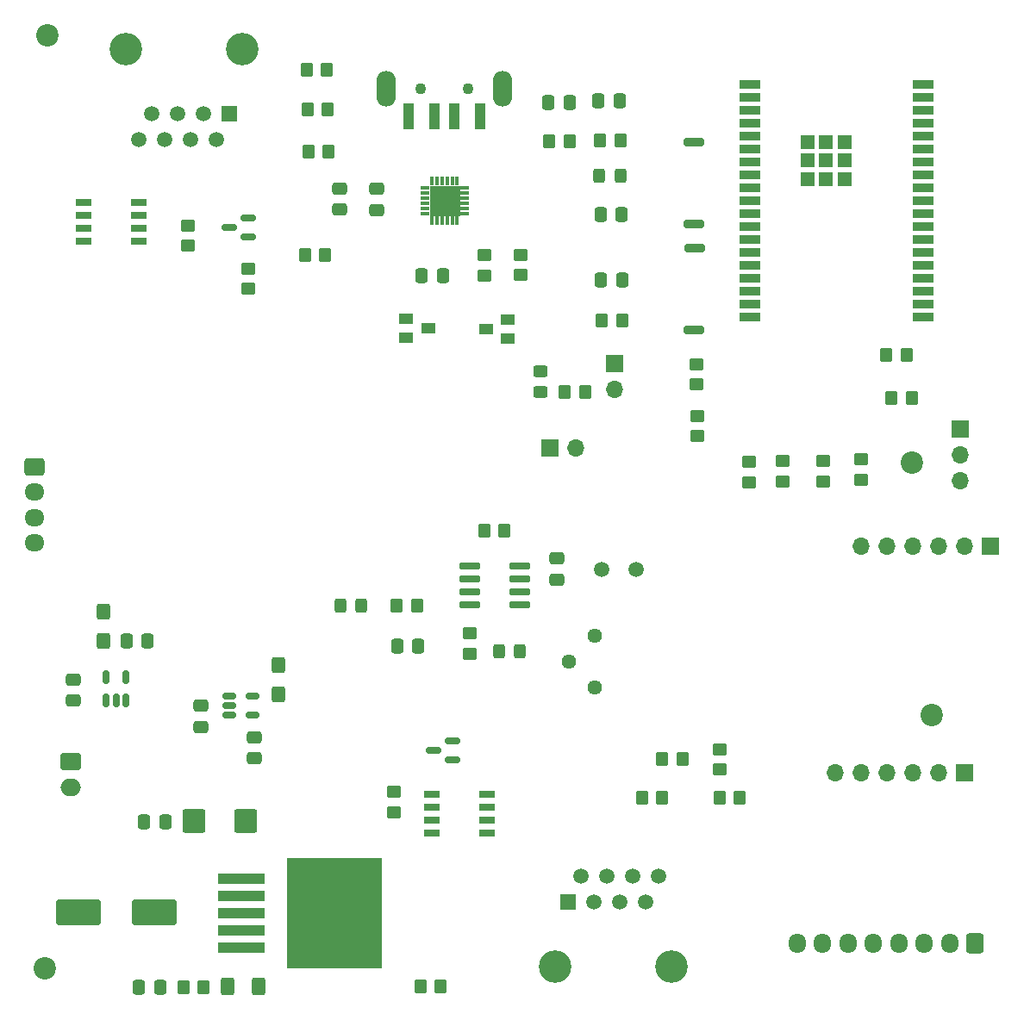
<source format=gts>
G04 #@! TF.GenerationSoftware,KiCad,Pcbnew,6.0.7*
G04 #@! TF.CreationDate,2022-10-22T12:42:31-05:00*
G04 #@! TF.ProjectId,EsquemaGeneral,45737175-656d-4614-9765-6e6572616c2e,rev?*
G04 #@! TF.SameCoordinates,Original*
G04 #@! TF.FileFunction,Soldermask,Top*
G04 #@! TF.FilePolarity,Negative*
%FSLAX46Y46*%
G04 Gerber Fmt 4.6, Leading zero omitted, Abs format (unit mm)*
G04 Created by KiCad (PCBNEW 6.0.7) date 2022-10-22 12:42:31*
%MOMM*%
%LPD*%
G01*
G04 APERTURE LIST*
G04 Aperture macros list*
%AMRoundRect*
0 Rectangle with rounded corners*
0 $1 Rounding radius*
0 $2 $3 $4 $5 $6 $7 $8 $9 X,Y pos of 4 corners*
0 Add a 4 corners polygon primitive as box body*
4,1,4,$2,$3,$4,$5,$6,$7,$8,$9,$2,$3,0*
0 Add four circle primitives for the rounded corners*
1,1,$1+$1,$2,$3*
1,1,$1+$1,$4,$5*
1,1,$1+$1,$6,$7*
1,1,$1+$1,$8,$9*
0 Add four rect primitives between the rounded corners*
20,1,$1+$1,$2,$3,$4,$5,0*
20,1,$1+$1,$4,$5,$6,$7,0*
20,1,$1+$1,$6,$7,$8,$9,0*
20,1,$1+$1,$8,$9,$2,$3,0*%
G04 Aperture macros list end*
%ADD10C,0.010000*%
%ADD11RoundRect,0.250000X0.350000X0.450000X-0.350000X0.450000X-0.350000X-0.450000X0.350000X-0.450000X0*%
%ADD12RoundRect,0.250000X0.337500X0.475000X-0.337500X0.475000X-0.337500X-0.475000X0.337500X-0.475000X0*%
%ADD13RoundRect,0.250000X0.475000X-0.337500X0.475000X0.337500X-0.475000X0.337500X-0.475000X-0.337500X0*%
%ADD14RoundRect,0.250000X-0.450000X0.350000X-0.450000X-0.350000X0.450000X-0.350000X0.450000X0.350000X0*%
%ADD15RoundRect,0.250000X-0.350000X-0.450000X0.350000X-0.450000X0.350000X0.450000X-0.350000X0.450000X0*%
%ADD16RoundRect,0.150000X-0.512500X-0.150000X0.512500X-0.150000X0.512500X0.150000X-0.512500X0.150000X0*%
%ADD17R,2.000000X0.900000*%
%ADD18R,1.330000X1.330000*%
%ADD19RoundRect,0.250000X1.950000X1.000000X-1.950000X1.000000X-1.950000X-1.000000X1.950000X-1.000000X0*%
%ADD20RoundRect,0.250000X-0.725000X0.600000X-0.725000X-0.600000X0.725000X-0.600000X0.725000X0.600000X0*%
%ADD21O,1.950000X1.700000*%
%ADD22R,1.700000X1.700000*%
%ADD23O,1.700000X1.700000*%
%ADD24C,2.200000*%
%ADD25RoundRect,0.250000X-0.337500X-0.475000X0.337500X-0.475000X0.337500X0.475000X-0.337500X0.475000X0*%
%ADD26R,1.400000X1.000000*%
%ADD27RoundRect,0.002600X-0.127400X0.402400X-0.127400X-0.402400X0.127400X-0.402400X0.127400X0.402400X0*%
%ADD28RoundRect,0.002600X-0.402400X-0.127400X0.402400X-0.127400X0.402400X0.127400X-0.402400X0.127400X0*%
%ADD29R,2.680000X2.680000*%
%ADD30RoundRect,0.250000X-0.875000X-0.925000X0.875000X-0.925000X0.875000X0.925000X-0.875000X0.925000X0*%
%ADD31RoundRect,0.250000X-0.450000X0.325000X-0.450000X-0.325000X0.450000X-0.325000X0.450000X0.325000X0*%
%ADD32RoundRect,0.250000X0.600000X0.725000X-0.600000X0.725000X-0.600000X-0.725000X0.600000X-0.725000X0*%
%ADD33O,1.700000X1.950000*%
%ADD34R,1.500000X0.650000*%
%ADD35RoundRect,0.250000X-0.475000X0.337500X-0.475000X-0.337500X0.475000X-0.337500X0.475000X0.337500X0*%
%ADD36RoundRect,0.200000X0.800000X-0.200000X0.800000X0.200000X-0.800000X0.200000X-0.800000X-0.200000X0*%
%ADD37RoundRect,0.250000X0.325000X0.450000X-0.325000X0.450000X-0.325000X-0.450000X0.325000X-0.450000X0*%
%ADD38C,1.440000*%
%ADD39RoundRect,0.250000X-0.325000X-0.450000X0.325000X-0.450000X0.325000X0.450000X-0.325000X0.450000X0*%
%ADD40RoundRect,0.250000X0.400000X0.625000X-0.400000X0.625000X-0.400000X-0.625000X0.400000X-0.625000X0*%
%ADD41C,3.200000*%
%ADD42R,1.500000X1.500000*%
%ADD43C,1.500000*%
%ADD44RoundRect,0.250000X0.425000X-0.537500X0.425000X0.537500X-0.425000X0.537500X-0.425000X-0.537500X0*%
%ADD45R,4.600000X1.100000*%
%ADD46R,9.400000X10.800000*%
%ADD47RoundRect,0.250000X0.450000X-0.350000X0.450000X0.350000X-0.450000X0.350000X-0.450000X-0.350000X0*%
%ADD48RoundRect,0.150000X0.150000X-0.512500X0.150000X0.512500X-0.150000X0.512500X-0.150000X-0.512500X0*%
%ADD49RoundRect,0.150000X0.587500X0.150000X-0.587500X0.150000X-0.587500X-0.150000X0.587500X-0.150000X0*%
%ADD50C,1.100000*%
%ADD51R,1.100000X2.500000*%
%ADD52O,1.900000X3.500000*%
%ADD53RoundRect,0.042000X0.943000X0.258000X-0.943000X0.258000X-0.943000X-0.258000X0.943000X-0.258000X0*%
%ADD54RoundRect,0.250000X-0.750000X0.600000X-0.750000X-0.600000X0.750000X-0.600000X0.750000X0.600000X0*%
%ADD55O,2.000000X1.700000*%
G04 APERTURE END LIST*
G36*
X122270000Y-62845000D02*
G01*
X119366880Y-62845000D01*
X119366880Y-59941880D01*
X122270000Y-59941880D01*
X122270000Y-62845000D01*
G37*
D10*
X122270000Y-62845000D02*
X119366880Y-62845000D01*
X119366880Y-59941880D01*
X122270000Y-59941880D01*
X122270000Y-62845000D01*
D11*
X142220000Y-120100000D03*
X140220000Y-120100000D03*
D12*
X120640000Y-68730000D03*
X118565000Y-68730000D03*
D13*
X84380000Y-110535000D03*
X84380000Y-108460000D03*
D14*
X123275000Y-103900000D03*
X123275000Y-105900000D03*
D15*
X118440000Y-138580000D03*
X120440000Y-138580000D03*
D12*
X93400000Y-122430000D03*
X91325000Y-122430000D03*
D16*
X99682500Y-110072500D03*
X99682500Y-111022500D03*
X99682500Y-111972500D03*
X101957500Y-111972500D03*
X101957500Y-110072500D03*
D17*
X150800000Y-49940000D03*
X150800000Y-51210000D03*
X150800000Y-52480000D03*
X150800000Y-53750000D03*
X150800000Y-55020000D03*
X150800000Y-56290000D03*
X150800000Y-57560000D03*
X150800000Y-58830000D03*
X150800000Y-60100000D03*
X150800000Y-61370000D03*
X150800000Y-62640000D03*
X150800000Y-63910000D03*
X150800000Y-65180000D03*
X150800000Y-66450000D03*
X150800000Y-67720000D03*
X150800000Y-68990000D03*
X150800000Y-70260000D03*
X150800000Y-71530000D03*
X150800000Y-72800000D03*
X167800000Y-72800000D03*
X167800000Y-71530000D03*
X167800000Y-70260000D03*
X167800000Y-68990000D03*
X167800000Y-67720000D03*
X167800000Y-66450000D03*
X167800000Y-65180000D03*
X167800000Y-63910000D03*
X167800000Y-62640000D03*
X167800000Y-61370000D03*
X167800000Y-60100000D03*
X167800000Y-58830000D03*
X167800000Y-57560000D03*
X167800000Y-56290000D03*
X167800000Y-55020000D03*
X167800000Y-53750000D03*
X167800000Y-52480000D03*
X167800000Y-51210000D03*
X167800000Y-49940000D03*
D18*
X156465000Y-55605000D03*
X156465000Y-57440000D03*
X156465000Y-59275000D03*
X158300000Y-59275000D03*
X160135000Y-59275000D03*
X160135000Y-57440000D03*
X160135000Y-55605000D03*
X158300000Y-55605000D03*
X158300000Y-57440000D03*
D19*
X92290000Y-131310000D03*
X84890000Y-131310000D03*
D20*
X80530000Y-87550000D03*
D21*
X80530000Y-90050000D03*
X80530000Y-92550000D03*
X80530000Y-95050000D03*
D12*
X118255000Y-105140000D03*
X116180000Y-105140000D03*
D22*
X137520000Y-77360000D03*
D23*
X137520000Y-79900000D03*
D24*
X81850000Y-45130000D03*
D25*
X135945000Y-51610000D03*
X138020000Y-51610000D03*
D26*
X117060000Y-72980000D03*
X117060000Y-74880000D03*
X119260000Y-73930000D03*
D11*
X118125000Y-101180000D03*
X116125000Y-101180000D03*
D22*
X171450000Y-83820000D03*
D23*
X171450000Y-86360000D03*
X171450000Y-88900000D03*
D15*
X147830000Y-120100000D03*
X149830000Y-120100000D03*
X132640000Y-80200000D03*
X134640000Y-80200000D03*
D27*
X122070000Y-59440000D03*
X121570000Y-59440000D03*
X121070000Y-59440000D03*
X120570000Y-59440000D03*
X120070000Y-59440000D03*
X119570000Y-59440000D03*
D28*
X118865000Y-60145000D03*
X118865000Y-60645000D03*
X118865000Y-61145000D03*
X118865000Y-61645000D03*
X118865000Y-62145000D03*
X118865000Y-62645000D03*
D27*
X119570000Y-63350000D03*
X120070000Y-63350000D03*
X120570000Y-63350000D03*
X121070000Y-63350000D03*
X121570000Y-63350000D03*
X122070000Y-63350000D03*
D28*
X122775000Y-62645000D03*
X122775000Y-62145000D03*
X122775000Y-61645000D03*
X122775000Y-61145000D03*
X122775000Y-60645000D03*
X122775000Y-60145000D03*
D29*
X120820000Y-61395000D03*
D30*
X96220000Y-122370000D03*
X101320000Y-122370000D03*
D13*
X131895000Y-98620000D03*
X131895000Y-96545000D03*
D12*
X92867500Y-138680000D03*
X90792500Y-138680000D03*
D31*
X130270000Y-78170000D03*
X130270000Y-80220000D03*
D15*
X131130000Y-55550000D03*
X133130000Y-55550000D03*
D32*
X172940000Y-134370000D03*
D33*
X170440000Y-134370000D03*
X167940000Y-134370000D03*
X165440000Y-134370000D03*
X162940000Y-134370000D03*
X160440000Y-134370000D03*
X157940000Y-134370000D03*
X155440000Y-134370000D03*
D14*
X128270000Y-66700000D03*
X128270000Y-68700000D03*
D34*
X119590000Y-119725000D03*
X119590000Y-120995000D03*
X119590000Y-122265000D03*
X119590000Y-123535000D03*
X124990000Y-123535000D03*
X124990000Y-122265000D03*
X124990000Y-120995000D03*
X124990000Y-119725000D03*
D35*
X102160000Y-114102500D03*
X102160000Y-116177500D03*
D14*
X158020000Y-87000000D03*
X158020000Y-89000000D03*
X150711500Y-87062000D03*
X150711500Y-89062000D03*
D15*
X124725000Y-93860000D03*
X126725000Y-93860000D03*
D11*
X109100000Y-66740000D03*
X107100000Y-66740000D03*
D36*
X145326400Y-74128600D03*
X145377200Y-66051400D03*
D37*
X138090000Y-58970000D03*
X136040000Y-58970000D03*
D11*
X166227000Y-76581000D03*
X164227000Y-76581000D03*
D15*
X107280000Y-48490000D03*
X109280000Y-48490000D03*
X107360000Y-52380000D03*
X109360000Y-52380000D03*
D36*
X145296400Y-63718600D03*
X145347200Y-55641400D03*
D11*
X138090000Y-55490000D03*
X136090000Y-55490000D03*
D14*
X161720000Y-86800000D03*
X161720000Y-88800000D03*
D38*
X135565000Y-104110000D03*
X133025000Y-106650000D03*
X135565000Y-109190000D03*
D24*
X81540000Y-136830000D03*
D14*
X124740000Y-66730000D03*
X124740000Y-68730000D03*
D39*
X110565000Y-101200000D03*
X112615000Y-101200000D03*
D14*
X95580000Y-63830000D03*
X95580000Y-65830000D03*
D40*
X102580000Y-138650000D03*
X99480000Y-138650000D03*
D35*
X114190000Y-60240000D03*
X114190000Y-62315000D03*
D14*
X145650000Y-82520000D03*
X145650000Y-84520000D03*
D41*
X100920000Y-46490000D03*
X89490000Y-46490000D03*
D42*
X99650000Y-52840000D03*
D43*
X98380000Y-55380000D03*
X97110000Y-52840000D03*
X95840000Y-55380000D03*
X94570000Y-52840000D03*
X93300000Y-55380000D03*
X92030000Y-52840000D03*
X90760000Y-55380000D03*
D12*
X133120000Y-51710000D03*
X131045000Y-51710000D03*
D15*
X136280000Y-73140000D03*
X138280000Y-73140000D03*
D34*
X90800000Y-65415000D03*
X90800000Y-64145000D03*
X90800000Y-62875000D03*
X90800000Y-61605000D03*
X85400000Y-61605000D03*
X85400000Y-62875000D03*
X85400000Y-64145000D03*
X85400000Y-65415000D03*
D35*
X110530000Y-60205000D03*
X110530000Y-62280000D03*
D41*
X131687500Y-136680000D03*
X143117500Y-136680000D03*
D42*
X132957500Y-130330000D03*
D43*
X134227500Y-127790000D03*
X135497500Y-130330000D03*
X136767500Y-127790000D03*
X138037500Y-130330000D03*
X139307500Y-127790000D03*
X140577500Y-130330000D03*
X141847500Y-127790000D03*
D22*
X174480000Y-95350000D03*
D23*
X171940000Y-95350000D03*
X169400000Y-95350000D03*
X166860000Y-95350000D03*
X164320000Y-95350000D03*
X161780000Y-95350000D03*
D22*
X171889200Y-117642000D03*
D23*
X169349200Y-117642000D03*
X166809200Y-117642000D03*
X164269200Y-117642000D03*
X161729200Y-117642000D03*
X159189200Y-117642000D03*
D44*
X104530000Y-109920000D03*
X104530000Y-107045000D03*
D26*
X127070000Y-74950000D03*
X127070000Y-73050000D03*
X124870000Y-74000000D03*
D43*
X136275000Y-97630000D03*
X139675000Y-97630000D03*
D15*
X107440000Y-56590000D03*
X109440000Y-56590000D03*
D45*
X100885000Y-128015000D03*
X100885000Y-129715000D03*
X100885000Y-131415000D03*
D46*
X110035000Y-131415000D03*
D45*
X100885000Y-133115000D03*
X100885000Y-134815000D03*
D37*
X128247500Y-105680000D03*
X126197500Y-105680000D03*
D47*
X101530000Y-70060000D03*
X101530000Y-68060000D03*
D24*
X168690000Y-111920000D03*
D14*
X145548400Y-77440000D03*
X145548400Y-79440000D03*
D48*
X87600000Y-110510000D03*
X88550000Y-110510000D03*
X89500000Y-110510000D03*
X89500000Y-108235000D03*
X87600000Y-108235000D03*
D22*
X131150000Y-85730000D03*
D23*
X133690000Y-85730000D03*
D49*
X121597500Y-116340000D03*
X121597500Y-114440000D03*
X119722500Y-115390000D03*
D24*
X166700000Y-87130000D03*
D50*
X118510000Y-50390000D03*
X123110000Y-50390000D03*
D51*
X117310000Y-53140000D03*
X119810000Y-53140000D03*
X121810000Y-53140000D03*
X124310000Y-53140000D03*
D52*
X115110000Y-50390000D03*
X126510000Y-50390000D03*
D47*
X115850000Y-121510000D03*
X115850000Y-119510000D03*
D25*
X136145000Y-62720000D03*
X138220000Y-62720000D03*
X89585000Y-104700000D03*
X91660000Y-104700000D03*
D49*
X101577500Y-64980000D03*
X101577500Y-63080000D03*
X99702500Y-64030000D03*
D14*
X154020000Y-87000000D03*
X154020000Y-89000000D03*
D44*
X87340000Y-104650000D03*
X87340000Y-101775000D03*
D47*
X147850000Y-117310000D03*
X147850000Y-115310000D03*
D11*
X166735000Y-80772000D03*
X164735000Y-80772000D03*
D25*
X136195000Y-69160000D03*
X138270000Y-69160000D03*
D11*
X144220000Y-116250000D03*
X142220000Y-116250000D03*
D35*
X96920000Y-111032500D03*
X96920000Y-113107500D03*
D15*
X95160000Y-138680000D03*
X97160000Y-138680000D03*
D53*
X128225000Y-101145000D03*
X128225000Y-99875000D03*
X128225000Y-98605000D03*
X128225000Y-97335000D03*
X123285000Y-97335000D03*
X123285000Y-98605000D03*
X123285000Y-99875000D03*
X123285000Y-101145000D03*
D54*
X84130000Y-116540000D03*
D55*
X84130000Y-119040000D03*
M02*

</source>
